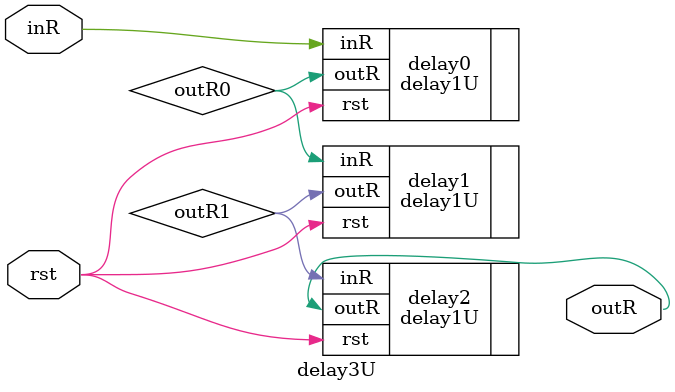
<source format=v>
`timescale 1ns / 1ps


module delay3U(
    inR, outR, rst
    );
    input inR;
    output outR;
    input rst;
    
    wire outR0,outR1;
    (*KEEP="TRUE"*)(*dont_touch = "yes"*)(*OPTIMIZE="OFF"*)delay1U delay0(.inR(inR), .outR(outR0), .rst(rst));
    (*KEEP="TRUE"*)(*dont_touch = "yes"*)(*OPTIMIZE="OFF"*)delay1U delay1(.inR(outR0), .outR(outR1), .rst(rst));
    (*KEEP="TRUE"*)(*dont_touch = "yes"*)(*OPTIMIZE="OFF"*)delay1U delay2(.inR(outR1), .outR(outR), .rst(rst));
    
endmodule

</source>
